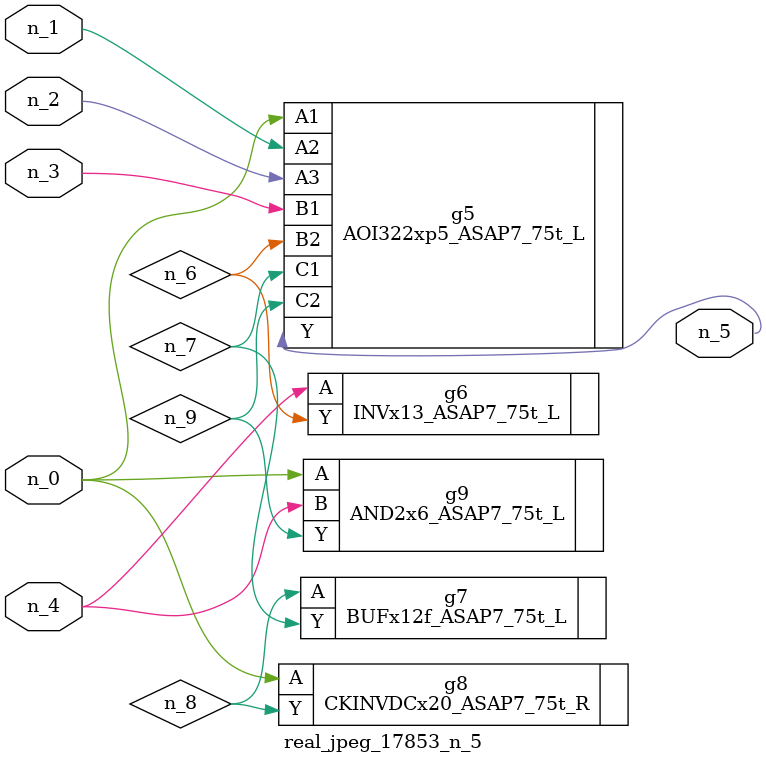
<source format=v>
module real_jpeg_17853_n_5 (n_4, n_0, n_1, n_2, n_3, n_5);

input n_4;
input n_0;
input n_1;
input n_2;
input n_3;

output n_5;

wire n_8;
wire n_6;
wire n_7;
wire n_9;

AOI322xp5_ASAP7_75t_L g5 ( 
.A1(n_0),
.A2(n_1),
.A3(n_2),
.B1(n_3),
.B2(n_6),
.C1(n_7),
.C2(n_9),
.Y(n_5)
);

CKINVDCx20_ASAP7_75t_R g8 ( 
.A(n_0),
.Y(n_8)
);

AND2x6_ASAP7_75t_L g9 ( 
.A(n_0),
.B(n_4),
.Y(n_9)
);

INVx13_ASAP7_75t_L g6 ( 
.A(n_4),
.Y(n_6)
);

BUFx12f_ASAP7_75t_L g7 ( 
.A(n_8),
.Y(n_7)
);


endmodule
</source>
